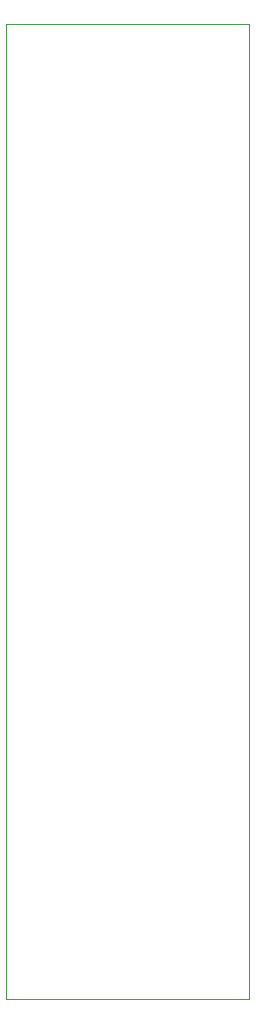
<source format=gbr>
G04 #@! TF.GenerationSoftware,KiCad,Pcbnew,(5.1.8)-1*
G04 #@! TF.CreationDate,2024-04-11T16:50:30-06:00*
G04 #@! TF.ProjectId,Breadboard Adapter,42726561-6462-46f6-9172-642041646170,rev?*
G04 #@! TF.SameCoordinates,Original*
G04 #@! TF.FileFunction,Profile,NP*
%FSLAX46Y46*%
G04 Gerber Fmt 4.6, Leading zero omitted, Abs format (unit mm)*
G04 Created by KiCad (PCBNEW (5.1.8)-1) date 2024-04-11 16:50:30*
%MOMM*%
%LPD*%
G01*
G04 APERTURE LIST*
G04 #@! TA.AperFunction,Profile*
%ADD10C,0.050000*%
G04 #@! TD*
G04 APERTURE END LIST*
D10*
X92583000Y-38100000D02*
X92583000Y-95250000D01*
X113157000Y-95250000D02*
X113157000Y-38100000D01*
X92710000Y-95250000D02*
X92583000Y-95250000D01*
X113030000Y-95250000D02*
X113157000Y-95250000D01*
X92710000Y-95250000D02*
X113030000Y-95250000D01*
X92583000Y-12700000D02*
X113157000Y-12700000D01*
X92583000Y-38100000D02*
X92583000Y-12700000D01*
X113157000Y-38100000D02*
X113157000Y-12700000D01*
M02*

</source>
